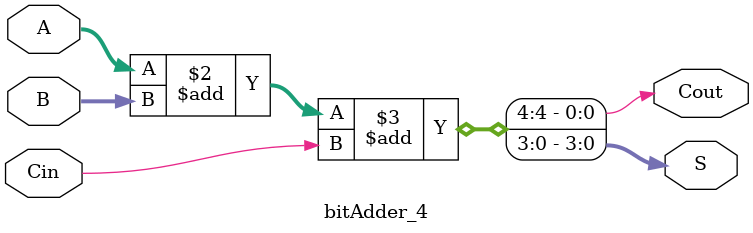
<source format=v>
module bitAdder_4(A, B, Cin, S, Cout);

	input Cin;
	input [3: 0] A, B;
	output reg [3: 0] S;
	output reg Cout;

	always @ (*)
	begin
		{Cout, S} = A + B + Cin;
	end

endmodule

</source>
